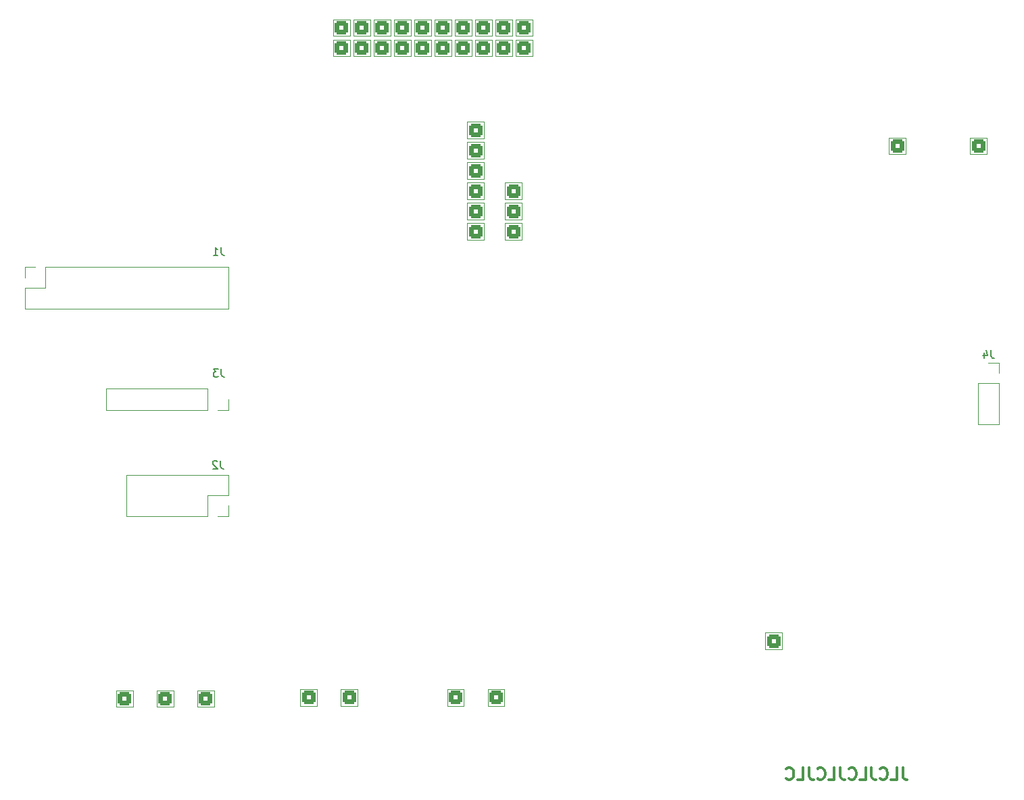
<source format=gbo>
G04 #@! TF.GenerationSoftware,KiCad,Pcbnew,7.0.7-7.0.7~ubuntu22.04.1*
G04 #@! TF.CreationDate,2023-09-16T20:12:51-03:00*
G04 #@! TF.ProjectId,EQfixture,45516669-7874-4757-9265-2e6b69636164,rev?*
G04 #@! TF.SameCoordinates,Original*
G04 #@! TF.FileFunction,Legend,Bot*
G04 #@! TF.FilePolarity,Positive*
%FSLAX46Y46*%
G04 Gerber Fmt 4.6, Leading zero omitted, Abs format (unit mm)*
G04 Created by KiCad (PCBNEW 7.0.7-7.0.7~ubuntu22.04.1) date 2023-09-16 20:12:51*
%MOMM*%
%LPD*%
G01*
G04 APERTURE LIST*
G04 Aperture macros list*
%AMRoundRect*
0 Rectangle with rounded corners*
0 $1 Rounding radius*
0 $2 $3 $4 $5 $6 $7 $8 $9 X,Y pos of 4 corners*
0 Add a 4 corners polygon primitive as box body*
4,1,4,$2,$3,$4,$5,$6,$7,$8,$9,$2,$3,0*
0 Add four circle primitives for the rounded corners*
1,1,$1+$1,$2,$3*
1,1,$1+$1,$4,$5*
1,1,$1+$1,$6,$7*
1,1,$1+$1,$8,$9*
0 Add four rect primitives between the rounded corners*
20,1,$1+$1,$2,$3,$4,$5,0*
20,1,$1+$1,$4,$5,$6,$7,0*
20,1,$1+$1,$6,$7,$8,$9,0*
20,1,$1+$1,$8,$9,$2,$3,0*%
G04 Aperture macros list end*
%ADD10C,0.304800*%
%ADD11C,0.150000*%
%ADD12C,0.100000*%
%ADD13C,0.120000*%
%ADD14C,6.400000*%
%ADD15RoundRect,0.278871X-0.571129X-0.571129X0.571129X-0.571129X0.571129X0.571129X-0.571129X0.571129X0*%
%ADD16R,1.700000X1.700000*%
%ADD17O,1.700000X1.700000*%
G04 APERTURE END LIST*
D10*
X198974428Y-133490181D02*
X198974428Y-134578752D01*
X198974428Y-134578752D02*
X199046999Y-134796467D01*
X199046999Y-134796467D02*
X199192142Y-134941610D01*
X199192142Y-134941610D02*
X199409856Y-135014181D01*
X199409856Y-135014181D02*
X199554999Y-135014181D01*
X197522999Y-135014181D02*
X198248713Y-135014181D01*
X198248713Y-135014181D02*
X198248713Y-133490181D01*
X196144142Y-134869038D02*
X196216714Y-134941610D01*
X196216714Y-134941610D02*
X196434428Y-135014181D01*
X196434428Y-135014181D02*
X196579571Y-135014181D01*
X196579571Y-135014181D02*
X196797285Y-134941610D01*
X196797285Y-134941610D02*
X196942428Y-134796467D01*
X196942428Y-134796467D02*
X197014999Y-134651324D01*
X197014999Y-134651324D02*
X197087571Y-134361038D01*
X197087571Y-134361038D02*
X197087571Y-134143324D01*
X197087571Y-134143324D02*
X197014999Y-133853038D01*
X197014999Y-133853038D02*
X196942428Y-133707895D01*
X196942428Y-133707895D02*
X196797285Y-133562752D01*
X196797285Y-133562752D02*
X196579571Y-133490181D01*
X196579571Y-133490181D02*
X196434428Y-133490181D01*
X196434428Y-133490181D02*
X196216714Y-133562752D01*
X196216714Y-133562752D02*
X196144142Y-133635324D01*
X195055571Y-133490181D02*
X195055571Y-134578752D01*
X195055571Y-134578752D02*
X195128142Y-134796467D01*
X195128142Y-134796467D02*
X195273285Y-134941610D01*
X195273285Y-134941610D02*
X195490999Y-135014181D01*
X195490999Y-135014181D02*
X195636142Y-135014181D01*
X193604142Y-135014181D02*
X194329856Y-135014181D01*
X194329856Y-135014181D02*
X194329856Y-133490181D01*
X192225285Y-134869038D02*
X192297857Y-134941610D01*
X192297857Y-134941610D02*
X192515571Y-135014181D01*
X192515571Y-135014181D02*
X192660714Y-135014181D01*
X192660714Y-135014181D02*
X192878428Y-134941610D01*
X192878428Y-134941610D02*
X193023571Y-134796467D01*
X193023571Y-134796467D02*
X193096142Y-134651324D01*
X193096142Y-134651324D02*
X193168714Y-134361038D01*
X193168714Y-134361038D02*
X193168714Y-134143324D01*
X193168714Y-134143324D02*
X193096142Y-133853038D01*
X193096142Y-133853038D02*
X193023571Y-133707895D01*
X193023571Y-133707895D02*
X192878428Y-133562752D01*
X192878428Y-133562752D02*
X192660714Y-133490181D01*
X192660714Y-133490181D02*
X192515571Y-133490181D01*
X192515571Y-133490181D02*
X192297857Y-133562752D01*
X192297857Y-133562752D02*
X192225285Y-133635324D01*
X191136714Y-133490181D02*
X191136714Y-134578752D01*
X191136714Y-134578752D02*
X191209285Y-134796467D01*
X191209285Y-134796467D02*
X191354428Y-134941610D01*
X191354428Y-134941610D02*
X191572142Y-135014181D01*
X191572142Y-135014181D02*
X191717285Y-135014181D01*
X189685285Y-135014181D02*
X190410999Y-135014181D01*
X190410999Y-135014181D02*
X190410999Y-133490181D01*
X188306428Y-134869038D02*
X188379000Y-134941610D01*
X188379000Y-134941610D02*
X188596714Y-135014181D01*
X188596714Y-135014181D02*
X188741857Y-135014181D01*
X188741857Y-135014181D02*
X188959571Y-134941610D01*
X188959571Y-134941610D02*
X189104714Y-134796467D01*
X189104714Y-134796467D02*
X189177285Y-134651324D01*
X189177285Y-134651324D02*
X189249857Y-134361038D01*
X189249857Y-134361038D02*
X189249857Y-134143324D01*
X189249857Y-134143324D02*
X189177285Y-133853038D01*
X189177285Y-133853038D02*
X189104714Y-133707895D01*
X189104714Y-133707895D02*
X188959571Y-133562752D01*
X188959571Y-133562752D02*
X188741857Y-133490181D01*
X188741857Y-133490181D02*
X188596714Y-133490181D01*
X188596714Y-133490181D02*
X188379000Y-133562752D01*
X188379000Y-133562752D02*
X188306428Y-133635324D01*
X187217857Y-133490181D02*
X187217857Y-134578752D01*
X187217857Y-134578752D02*
X187290428Y-134796467D01*
X187290428Y-134796467D02*
X187435571Y-134941610D01*
X187435571Y-134941610D02*
X187653285Y-135014181D01*
X187653285Y-135014181D02*
X187798428Y-135014181D01*
X185766428Y-135014181D02*
X186492142Y-135014181D01*
X186492142Y-135014181D02*
X186492142Y-133490181D01*
X184387571Y-134869038D02*
X184460143Y-134941610D01*
X184460143Y-134941610D02*
X184677857Y-135014181D01*
X184677857Y-135014181D02*
X184823000Y-135014181D01*
X184823000Y-135014181D02*
X185040714Y-134941610D01*
X185040714Y-134941610D02*
X185185857Y-134796467D01*
X185185857Y-134796467D02*
X185258428Y-134651324D01*
X185258428Y-134651324D02*
X185331000Y-134361038D01*
X185331000Y-134361038D02*
X185331000Y-134143324D01*
X185331000Y-134143324D02*
X185258428Y-133853038D01*
X185258428Y-133853038D02*
X185185857Y-133707895D01*
X185185857Y-133707895D02*
X185040714Y-133562752D01*
X185040714Y-133562752D02*
X184823000Y-133490181D01*
X184823000Y-133490181D02*
X184677857Y-133490181D01*
X184677857Y-133490181D02*
X184460143Y-133562752D01*
X184460143Y-133562752D02*
X184387571Y-133635324D01*
D11*
X113528333Y-95044819D02*
X113528333Y-95759104D01*
X113528333Y-95759104D02*
X113575952Y-95901961D01*
X113575952Y-95901961D02*
X113671190Y-95997200D01*
X113671190Y-95997200D02*
X113814047Y-96044819D01*
X113814047Y-96044819D02*
X113909285Y-96044819D01*
X113099761Y-95140057D02*
X113052142Y-95092438D01*
X113052142Y-95092438D02*
X112956904Y-95044819D01*
X112956904Y-95044819D02*
X112718809Y-95044819D01*
X112718809Y-95044819D02*
X112623571Y-95092438D01*
X112623571Y-95092438D02*
X112575952Y-95140057D01*
X112575952Y-95140057D02*
X112528333Y-95235295D01*
X112528333Y-95235295D02*
X112528333Y-95330533D01*
X112528333Y-95330533D02*
X112575952Y-95473390D01*
X112575952Y-95473390D02*
X113147380Y-96044819D01*
X113147380Y-96044819D02*
X112528333Y-96044819D01*
X210048333Y-81194819D02*
X210048333Y-81909104D01*
X210048333Y-81909104D02*
X210095952Y-82051961D01*
X210095952Y-82051961D02*
X210191190Y-82147200D01*
X210191190Y-82147200D02*
X210334047Y-82194819D01*
X210334047Y-82194819D02*
X210429285Y-82194819D01*
X209143571Y-81528152D02*
X209143571Y-82194819D01*
X209381666Y-81147200D02*
X209619761Y-81861485D01*
X209619761Y-81861485D02*
X209000714Y-81861485D01*
X113608333Y-68284819D02*
X113608333Y-68999104D01*
X113608333Y-68999104D02*
X113655952Y-69141961D01*
X113655952Y-69141961D02*
X113751190Y-69237200D01*
X113751190Y-69237200D02*
X113894047Y-69284819D01*
X113894047Y-69284819D02*
X113989285Y-69284819D01*
X112608333Y-69284819D02*
X113179761Y-69284819D01*
X112894047Y-69284819D02*
X112894047Y-68284819D01*
X112894047Y-68284819D02*
X112989285Y-68427676D01*
X112989285Y-68427676D02*
X113084523Y-68522914D01*
X113084523Y-68522914D02*
X113179761Y-68570533D01*
X113603333Y-83524819D02*
X113603333Y-84239104D01*
X113603333Y-84239104D02*
X113650952Y-84381961D01*
X113650952Y-84381961D02*
X113746190Y-84477200D01*
X113746190Y-84477200D02*
X113889047Y-84524819D01*
X113889047Y-84524819D02*
X113984285Y-84524819D01*
X113222380Y-83524819D02*
X112603333Y-83524819D01*
X112603333Y-83524819D02*
X112936666Y-83905771D01*
X112936666Y-83905771D02*
X112793809Y-83905771D01*
X112793809Y-83905771D02*
X112698571Y-83953390D01*
X112698571Y-83953390D02*
X112650952Y-84001009D01*
X112650952Y-84001009D02*
X112603333Y-84096247D01*
X112603333Y-84096247D02*
X112603333Y-84334342D01*
X112603333Y-84334342D02*
X112650952Y-84429580D01*
X112650952Y-84429580D02*
X112698571Y-84477200D01*
X112698571Y-84477200D02*
X112793809Y-84524819D01*
X112793809Y-84524819D02*
X113079523Y-84524819D01*
X113079523Y-84524819D02*
X113174761Y-84477200D01*
X113174761Y-84477200D02*
X113222380Y-84429580D01*
D12*
X150034000Y-41838000D02*
X147934000Y-41838000D01*
X147934000Y-41838000D02*
X147934000Y-39738000D01*
X147934000Y-39738000D02*
X150034000Y-39738000D01*
X150034000Y-39738000D02*
X150034000Y-41838000D01*
X137334000Y-41838000D02*
X135234000Y-41838000D01*
X135234000Y-41838000D02*
X135234000Y-39738000D01*
X135234000Y-39738000D02*
X137334000Y-39738000D01*
X137334000Y-39738000D02*
X137334000Y-41838000D01*
X146531340Y-57225320D02*
X144431340Y-57225320D01*
X144431340Y-57225320D02*
X144431340Y-55125320D01*
X144431340Y-55125320D02*
X146531340Y-55125320D01*
X146531340Y-55125320D02*
X146531340Y-57225320D01*
X137334000Y-44378000D02*
X135234000Y-44378000D01*
X135234000Y-44378000D02*
X135234000Y-42278000D01*
X135234000Y-42278000D02*
X137334000Y-42278000D01*
X137334000Y-42278000D02*
X137334000Y-44378000D01*
X151260000Y-62280000D02*
X149160000Y-62280000D01*
X149160000Y-62280000D02*
X149160000Y-60180000D01*
X149160000Y-60180000D02*
X151260000Y-60180000D01*
X151260000Y-60180000D02*
X151260000Y-62280000D01*
X107616000Y-125912000D02*
X105516000Y-125912000D01*
X105516000Y-125912000D02*
X105516000Y-123812000D01*
X105516000Y-123812000D02*
X107616000Y-123812000D01*
X107616000Y-123812000D02*
X107616000Y-125912000D01*
X146531340Y-62305320D02*
X144431340Y-62305320D01*
X144431340Y-62305320D02*
X144431340Y-60205320D01*
X144431340Y-60205320D02*
X146531340Y-60205320D01*
X146531340Y-60205320D02*
X146531340Y-62305320D01*
X132254000Y-44378000D02*
X130154000Y-44378000D01*
X130154000Y-44378000D02*
X130154000Y-42278000D01*
X130154000Y-42278000D02*
X132254000Y-42278000D01*
X132254000Y-42278000D02*
X132254000Y-44378000D01*
X139874000Y-41838000D02*
X137774000Y-41838000D01*
X137774000Y-41838000D02*
X137774000Y-39738000D01*
X137774000Y-39738000D02*
X139874000Y-39738000D01*
X139874000Y-39738000D02*
X139874000Y-41838000D01*
X146531340Y-67385320D02*
X144431340Y-67385320D01*
X144431340Y-67385320D02*
X144431340Y-65285320D01*
X144431340Y-65285320D02*
X146531340Y-65285320D01*
X146531340Y-65285320D02*
X146531340Y-67385320D01*
X130680000Y-125760000D02*
X128580000Y-125760000D01*
X128580000Y-125760000D02*
X128580000Y-123660000D01*
X128580000Y-123660000D02*
X130680000Y-123660000D01*
X130680000Y-123660000D02*
X130680000Y-125760000D01*
X146531340Y-59765320D02*
X144431340Y-59765320D01*
X144431340Y-59765320D02*
X144431340Y-57665320D01*
X144431340Y-57665320D02*
X146531340Y-57665320D01*
X146531340Y-57665320D02*
X146531340Y-59765320D01*
X142414000Y-44378000D02*
X140314000Y-44378000D01*
X140314000Y-44378000D02*
X140314000Y-42278000D01*
X140314000Y-42278000D02*
X142414000Y-42278000D01*
X142414000Y-42278000D02*
X142414000Y-44378000D01*
X199340000Y-56640000D02*
X197240000Y-56640000D01*
X197240000Y-56640000D02*
X197240000Y-54540000D01*
X197240000Y-54540000D02*
X199340000Y-54540000D01*
X199340000Y-54540000D02*
X199340000Y-56640000D01*
X183860000Y-118690000D02*
X181760000Y-118690000D01*
X181760000Y-118690000D02*
X181760000Y-116590000D01*
X181760000Y-116590000D02*
X183860000Y-116590000D01*
X183860000Y-116590000D02*
X183860000Y-118690000D01*
X151260000Y-67360000D02*
X149160000Y-67360000D01*
X149160000Y-67360000D02*
X149160000Y-65260000D01*
X149160000Y-65260000D02*
X151260000Y-65260000D01*
X151260000Y-65260000D02*
X151260000Y-67360000D01*
X129714000Y-41838000D02*
X127614000Y-41838000D01*
X127614000Y-41838000D02*
X127614000Y-39738000D01*
X127614000Y-39738000D02*
X129714000Y-39738000D01*
X129714000Y-39738000D02*
X129714000Y-41838000D01*
X129714000Y-44378000D02*
X127614000Y-44378000D01*
X127614000Y-44378000D02*
X127614000Y-42278000D01*
X127614000Y-42278000D02*
X129714000Y-42278000D01*
X129714000Y-42278000D02*
X129714000Y-44378000D01*
X152574000Y-41838000D02*
X150474000Y-41838000D01*
X150474000Y-41838000D02*
X150474000Y-39738000D01*
X150474000Y-39738000D02*
X152574000Y-39738000D01*
X152574000Y-39738000D02*
X152574000Y-41838000D01*
X147494000Y-41838000D02*
X145394000Y-41838000D01*
X145394000Y-41838000D02*
X145394000Y-39738000D01*
X145394000Y-39738000D02*
X147494000Y-39738000D01*
X147494000Y-39738000D02*
X147494000Y-41838000D01*
X144954000Y-44378000D02*
X142854000Y-44378000D01*
X142854000Y-44378000D02*
X142854000Y-42278000D01*
X142854000Y-42278000D02*
X144954000Y-42278000D01*
X144954000Y-42278000D02*
X144954000Y-44378000D01*
X146531340Y-64845320D02*
X144431340Y-64845320D01*
X144431340Y-64845320D02*
X144431340Y-62745320D01*
X144431340Y-62745320D02*
X146531340Y-62745320D01*
X146531340Y-62745320D02*
X146531340Y-64845320D01*
X134794000Y-44378000D02*
X132694000Y-44378000D01*
X132694000Y-44378000D02*
X132694000Y-42278000D01*
X132694000Y-42278000D02*
X134794000Y-42278000D01*
X134794000Y-42278000D02*
X134794000Y-44378000D01*
X144006000Y-125760000D02*
X141906000Y-125760000D01*
X141906000Y-125760000D02*
X141906000Y-123660000D01*
X141906000Y-123660000D02*
X144006000Y-123660000D01*
X144006000Y-123660000D02*
X144006000Y-125760000D01*
X139874000Y-44378000D02*
X137774000Y-44378000D01*
X137774000Y-44378000D02*
X137774000Y-42278000D01*
X137774000Y-42278000D02*
X139874000Y-42278000D01*
X139874000Y-42278000D02*
X139874000Y-44378000D01*
X146531340Y-54685320D02*
X144431340Y-54685320D01*
X144431340Y-54685320D02*
X144431340Y-52585320D01*
X144431340Y-52585320D02*
X146531340Y-52585320D01*
X146531340Y-52585320D02*
X146531340Y-54685320D01*
X152574000Y-44378000D02*
X150474000Y-44378000D01*
X150474000Y-44378000D02*
X150474000Y-42278000D01*
X150474000Y-42278000D02*
X152574000Y-42278000D01*
X152574000Y-42278000D02*
X152574000Y-44378000D01*
X132254000Y-41838000D02*
X130154000Y-41838000D01*
X130154000Y-41838000D02*
X130154000Y-39738000D01*
X130154000Y-39738000D02*
X132254000Y-39738000D01*
X132254000Y-39738000D02*
X132254000Y-41838000D01*
X144954000Y-41838000D02*
X142854000Y-41838000D01*
X142854000Y-41838000D02*
X142854000Y-39738000D01*
X142854000Y-39738000D02*
X144954000Y-39738000D01*
X144954000Y-39738000D02*
X144954000Y-41838000D01*
X112696000Y-125912000D02*
X110596000Y-125912000D01*
X110596000Y-125912000D02*
X110596000Y-123812000D01*
X110596000Y-123812000D02*
X112696000Y-123812000D01*
X112696000Y-123812000D02*
X112696000Y-125912000D01*
X125600000Y-125760000D02*
X123500000Y-125760000D01*
X123500000Y-125760000D02*
X123500000Y-123660000D01*
X123500000Y-123660000D02*
X125600000Y-123660000D01*
X125600000Y-123660000D02*
X125600000Y-125760000D01*
X102536000Y-125912000D02*
X100436000Y-125912000D01*
X100436000Y-125912000D02*
X100436000Y-123812000D01*
X100436000Y-123812000D02*
X102536000Y-123812000D01*
X102536000Y-123812000D02*
X102536000Y-125912000D01*
X147494000Y-44378000D02*
X145394000Y-44378000D01*
X145394000Y-44378000D02*
X145394000Y-42278000D01*
X145394000Y-42278000D02*
X147494000Y-42278000D01*
X147494000Y-42278000D02*
X147494000Y-44378000D01*
X151260000Y-64820000D02*
X149160000Y-64820000D01*
X149160000Y-64820000D02*
X149160000Y-62720000D01*
X149160000Y-62720000D02*
X151260000Y-62720000D01*
X151260000Y-62720000D02*
X151260000Y-64820000D01*
X142414000Y-41838000D02*
X140314000Y-41838000D01*
X140314000Y-41838000D02*
X140314000Y-39738000D01*
X140314000Y-39738000D02*
X142414000Y-39738000D01*
X142414000Y-39738000D02*
X142414000Y-41838000D01*
X150034000Y-44378000D02*
X147934000Y-44378000D01*
X147934000Y-44378000D02*
X147934000Y-42278000D01*
X147934000Y-42278000D02*
X150034000Y-42278000D01*
X150034000Y-42278000D02*
X150034000Y-44378000D01*
X209500000Y-56640000D02*
X207400000Y-56640000D01*
X207400000Y-56640000D02*
X207400000Y-54540000D01*
X207400000Y-54540000D02*
X209500000Y-54540000D01*
X209500000Y-54540000D02*
X209500000Y-56640000D01*
X149086000Y-125760000D02*
X146986000Y-125760000D01*
X146986000Y-125760000D02*
X146986000Y-123660000D01*
X146986000Y-123660000D02*
X149086000Y-123660000D01*
X149086000Y-123660000D02*
X149086000Y-125760000D01*
X134794000Y-41838000D02*
X132694000Y-41838000D01*
X132694000Y-41838000D02*
X132694000Y-39738000D01*
X132694000Y-39738000D02*
X134794000Y-39738000D01*
X134794000Y-39738000D02*
X134794000Y-41838000D01*
D13*
X101705000Y-102000000D02*
X101705000Y-96800000D01*
X111925000Y-102000000D02*
X101705000Y-102000000D01*
X111925000Y-102000000D02*
X111925000Y-99400000D01*
X113195000Y-102000000D02*
X114525000Y-102000000D01*
X114525000Y-102000000D02*
X114525000Y-100670000D01*
X111925000Y-99400000D02*
X114525000Y-99400000D01*
X114525000Y-99400000D02*
X114525000Y-96800000D01*
X114525000Y-96800000D02*
X101705000Y-96800000D01*
X211045000Y-90480000D02*
X208385000Y-90480000D01*
X211045000Y-85340000D02*
X211045000Y-90480000D01*
X211045000Y-85340000D02*
X208385000Y-85340000D01*
X211045000Y-84070000D02*
X211045000Y-82740000D01*
X211045000Y-82740000D02*
X209715000Y-82740000D01*
X208385000Y-85340000D02*
X208385000Y-90480000D01*
X114525000Y-70765000D02*
X114525000Y-75965000D01*
X91605000Y-70765000D02*
X114525000Y-70765000D01*
X91605000Y-70765000D02*
X91605000Y-73365000D01*
X90335000Y-70765000D02*
X89005000Y-70765000D01*
X89005000Y-70765000D02*
X89005000Y-72095000D01*
X91605000Y-73365000D02*
X89005000Y-73365000D01*
X89005000Y-73365000D02*
X89005000Y-75965000D01*
X89005000Y-75965000D02*
X114525000Y-75965000D01*
X99165000Y-88665000D02*
X99165000Y-86005000D01*
X111925000Y-88665000D02*
X99165000Y-88665000D01*
X111925000Y-88665000D02*
X111925000Y-86005000D01*
X113195000Y-88665000D02*
X114525000Y-88665000D01*
X114525000Y-88665000D02*
X114525000Y-87335000D01*
X111925000Y-86005000D02*
X99165000Y-86005000D01*
%LPC*%
D14*
X209535000Y-133785000D03*
X209535000Y-43785000D03*
X89535000Y-43785000D03*
X89535000Y-133785000D03*
D15*
X148984000Y-40788000D03*
X136284000Y-40788000D03*
X145481340Y-56175320D03*
X136284000Y-43328000D03*
X150210000Y-61230000D03*
X106566000Y-124862000D03*
X145481340Y-61255320D03*
X131204000Y-43328000D03*
X138824000Y-40788000D03*
X145481340Y-66335320D03*
X129630000Y-124710000D03*
X145481340Y-58715320D03*
X141364000Y-43328000D03*
X198290000Y-55590000D03*
X182810000Y-117640000D03*
X150210000Y-66310000D03*
X128664000Y-40788000D03*
X128664000Y-43328000D03*
X151524000Y-40788000D03*
X146444000Y-40788000D03*
X143904000Y-43328000D03*
X145481340Y-63795320D03*
X133744000Y-43328000D03*
X142956000Y-124710000D03*
X138824000Y-43328000D03*
X145481340Y-53635320D03*
X151524000Y-43328000D03*
X131204000Y-40788000D03*
X143904000Y-40788000D03*
X111646000Y-124862000D03*
X124550000Y-124710000D03*
X101486000Y-124862000D03*
X146444000Y-43328000D03*
X150210000Y-63770000D03*
X141364000Y-40788000D03*
X148984000Y-43328000D03*
X208450000Y-55590000D03*
X148036000Y-124710000D03*
X133744000Y-40788000D03*
D16*
X113195000Y-100670000D03*
D17*
X113195000Y-98130000D03*
X110655000Y-100670000D03*
X110655000Y-98130000D03*
X108115000Y-100670000D03*
X108115000Y-98130000D03*
X105575000Y-100670000D03*
X105575000Y-98130000D03*
X103035000Y-100670000D03*
X103035000Y-98130000D03*
D16*
X209715000Y-84070000D03*
D17*
X209715000Y-86610000D03*
X209715000Y-89150000D03*
D16*
X90335000Y-72095000D03*
D17*
X90335000Y-74635000D03*
X92875000Y-72095000D03*
X92875000Y-74635000D03*
X95415000Y-72095000D03*
X95415000Y-74635000D03*
X97955000Y-72095000D03*
X97955000Y-74635000D03*
X100495000Y-72095000D03*
X100495000Y-74635000D03*
X103035000Y-72095000D03*
X103035000Y-74635000D03*
X105575000Y-72095000D03*
X105575000Y-74635000D03*
X108115000Y-72095000D03*
X108115000Y-74635000D03*
X110655000Y-72095000D03*
X110655000Y-74635000D03*
X113195000Y-72095000D03*
X113195000Y-74635000D03*
D16*
X113195000Y-87335000D03*
D17*
X110655000Y-87335000D03*
X108115000Y-87335000D03*
X105575000Y-87335000D03*
X103035000Y-87335000D03*
X100495000Y-87335000D03*
%LPD*%
M02*

</source>
